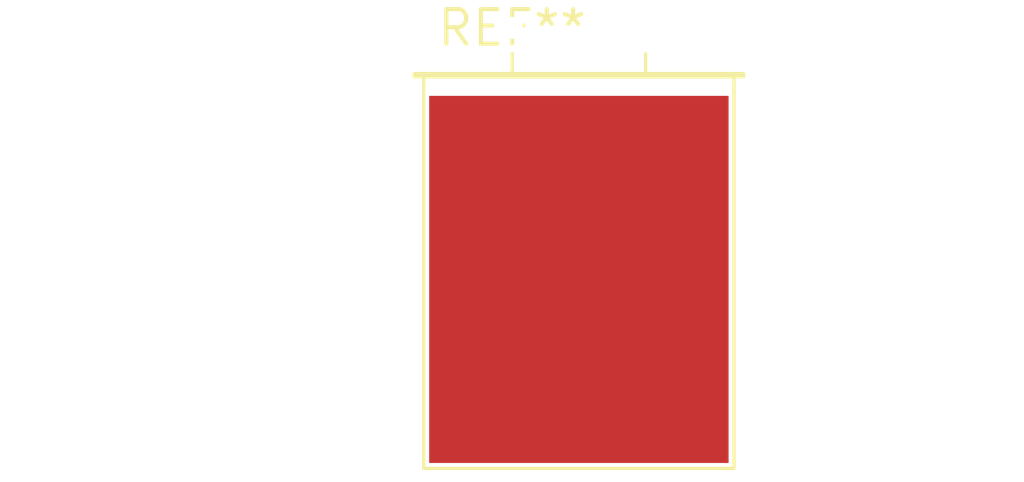
<source format=kicad_pcb>
(kicad_pcb (version 20240108) (generator pcbnew)
  (layers (0 "F.Cu" signal) (31 "B.Cu" signal) (34 "B.Paste" user) (35 "F.Paste" user) (36 "B.SilkS" user "B.Silkscreen") (37 "F.SilkS" user "F.Silkscreen") (38 "B.Mask" user) (39 "F.Mask" user) (44 "Edge.Cuts" user))
  (net 0 "")
  (footprint "Crystal_HC49-U_Horizontal_1EP_style1" (layer "F.Cu") (at 0 0)
    (property "Reference" "REF**")
    (property "Value" "Crystal_HC49-U_Horizontal_1EP_style1")
    (fp_line (start -3.6 1.68) (end 8.5 1.68) (layer "F.SilkS") (stroke (width 0.12)))
    (fp_line (start -3.6 1.8) (end -3.6 1.68) (layer "F.SilkS") (stroke (width 0.12)))
    (fp_line (start -3.25 1.8) (end -3.25 16.2) (layer "F.SilkS") (stroke (width 0.12)))
    (fp_line (start -3.25 16.2) (end 8.15 16.2) (layer "F.SilkS") (stroke (width 0.12)))
    (fp_line (start 0 0.95) (end 0 0.95) (layer "F.SilkS") (stroke (width 0.12)))
    (fp_line (start 0 1.8) (end 0 0.95) (layer "F.SilkS") (stroke (width 0.12)))
    (fp_line (start 4.9 0.95) (end 4.9 0.95) (layer "F.SilkS") (stroke (width 0.12)))
    (fp_line (start 4.9 1.8) (end 4.9 0.95) (layer "F.SilkS") (stroke (width 0.12)))
    (fp_line (start 8.15 1.8) (end -3.25 1.8) (layer "F.SilkS") (stroke (width 0.12)))
    (fp_line (start 8.15 16.2) (end 8.15 1.8) (layer "F.SilkS") (stroke (width 0.12)))
    (fp_line (start 8.5 1.68) (end 8.5 1.8) (layer "F.SilkS") (stroke (width 0.12)))
    (fp_line (start 8.5 1.8) (end -3.6 1.8) (layer "F.SilkS") (stroke (width 0.12)))
    (pad "1" thru_hole circle (at 0 0) (size 1.5 1.5) (drill 0.8) (layers *.Cu *.Mask) (remove_unused_layers))
    (pad "2" thru_hole circle (at 4.9 0) (size 1.5 1.5) (drill 0.8) (layers *.Cu *.Mask) (remove_unused_layers))
    (pad "3" smd rect (at 2.45 9.25) (size 11 13.5) (layers "F.Cu" "F.Paste" "F.Mask"))
  )
)
</source>
